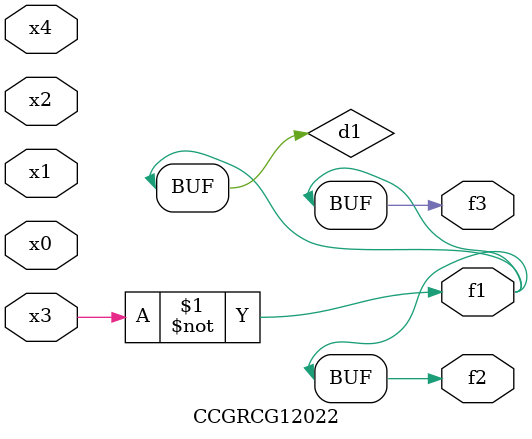
<source format=v>
module CCGRCG12022(
	input x0, x1, x2, x3, x4,
	output f1, f2, f3
);

	wire d1, d2;

	xnor (d1, x3);
	not (d2, x1);
	assign f1 = d1;
	assign f2 = d1;
	assign f3 = d1;
endmodule

</source>
